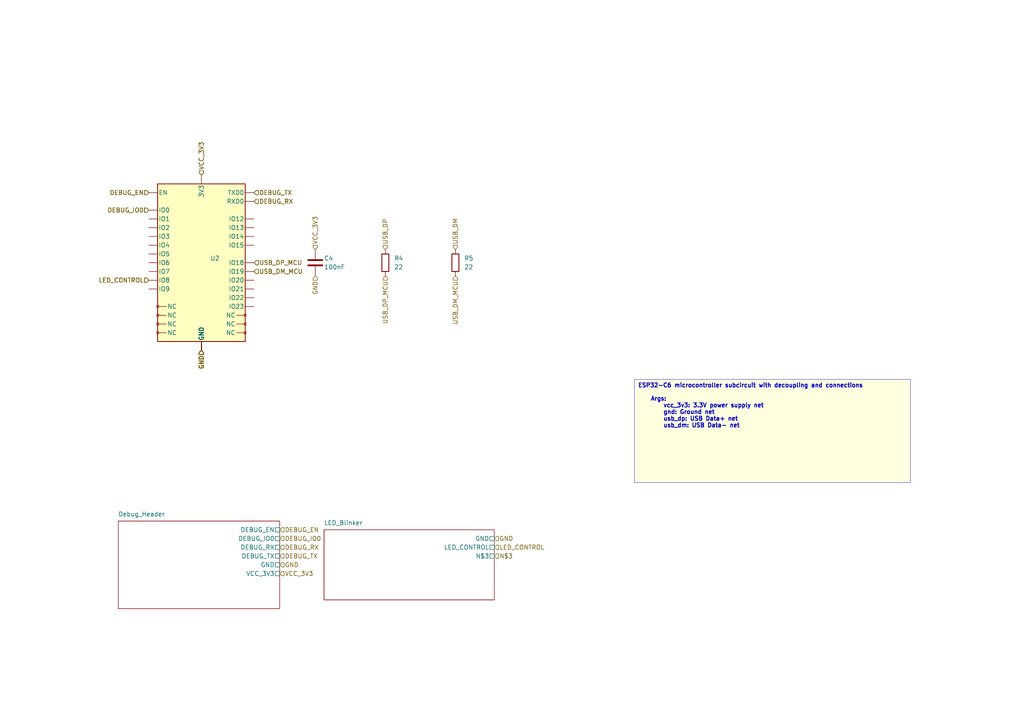
<source format=kicad_sch>
(kicad_sch (version 20250114) (generator "circuit_synth") (generator_version 9.0)
  (paper A4)
  (paper A4)
  (lib_symbols
    (symbol "Device:C" (pin_numbers hide) (pin_names (offset 0.254))
      (property "Reference" "{'value': 'C', 'position': {'x': 0.635, 'y': 2.54, 'rotation': 0.0}, 'effects': {'font_size': [1.27, 1.27], 'justify': ['left']}}" (at 0.0 0.0 0))
      (property "Value" "{'value': 'C', 'position': {'x': 0.635, 'y': -2.54, 'rotation': 0.0}, 'effects': {'font_size': [1.27, 1.27], 'justify': ['left']}}" (at 0.0 0.0 0))
      (symbol "C_0_1"
        (polyline (pts (xy -2.032 0.762) (xy 2.032 0.762)) (stroke (width 0.508)))
        (polyline (pts (xy -2.032 -0.762) (xy 2.032 -0.762)) (stroke (width 0.508)))
      )
      (symbol "C_1_1"
        (pin passive line (at 0.0 3.81 270) (length 2.794) (name ~) (number "1"))
        (pin passive line (at 0.0 -3.81 90) (length 2.794) (name ~) (number "2"))
      )
    )
    (symbol "Device:R" (pin_numbers hide) (pin_names (offset 0.254))
      (property "Reference" "{'value': 'R', 'position': {'x': 2.032, 'y': 0.0, 'rotation': 90.0}, 'effects': {'font_size': [1.27, 1.27]}}" (at 0.0 0.0 0))
      (property "Value" "{'value': 'R', 'position': {'x': 0.0, 'y': 0.0, 'rotation': 90.0}, 'effects': {'font_size': [1.27, 1.27]}}" (at 0.0 0.0 0))
      (symbol "R_0_1"
        (rectangle (start -1.016 -2.54) (end 1.016 2.54) (stroke (width 0.254)))
      )
      (symbol "R_1_1"
        (pin passive line (at 0.0 3.81 270) (length 1.27) (name ~) (number "1"))
        (pin passive line (at 0.0 -3.81 90) (length 1.27) (name ~) (number "2"))
      )
    )
    (symbol "RF_Module:ESP32-C6-MINI-1" (pin_numbers hide) (pin_names (offset 0.254))
      (property "Reference" "{'value': 'U', 'position': {'x': -11.43, 'y': 24.13, 'rotation': 0.0}, 'effects': {'font_size': [1.27, 1.27]}}" (at 0.0 0.0 0))
      (property "Value" "{'value': 'ESP32-C6-MINI-1', 'position': {'x': 12.7, 'y': 24.13, 'rotation': 0.0}, 'effects': {'font_size': [1.27, 1.27]}}" (at 0.0 0.0 0))
      (symbol "ESP32-C6-MINI-1_0_1"
        (rectangle (start -12.7 22.86) (end 12.7 -22.86) (stroke (width 0.254)) (fill (type background)))
      )
      (symbol "ESP32-C6-MINI-1_1_1"
        (pin input line (at -15.24 20.32 0) (length 2.54) (name EN) (number "8"))
        (pin bidirectional line (at -15.24 15.24 0) (length 2.54) (name IO0) (number "12"))
        (pin bidirectional line (at -15.24 12.7 0) (length 2.54) (name IO1) (number "13"))
        (pin bidirectional line (at -15.24 10.16 0) (length 2.54) (name IO2) (number "5"))
        (pin bidirectional line (at -15.24 7.62 0) (length 2.54) (name IO3) (number "6"))
        (pin bidirectional line (at -15.24 5.08 0) (length 2.54) (name IO4) (number "9"))
        (pin bidirectional line (at -15.24 2.54 0) (length 2.54) (name IO5) (number "10"))
        (pin bidirectional line (at -15.24 0.0 0) (length 2.54) (name IO6) (number "15"))
        (pin bidirectional line (at -15.24 -2.54 0) (length 2.54) (name IO7) (number "16"))
        (pin bidirectional line (at -15.24 -5.08 0) (length 2.54) (name IO8) (number "22"))
        (pin bidirectional line (at -15.24 -7.62 0) (length 2.54) (name IO9) (number "23"))
        (pin no_connect line (at -12.7 -12.7 0) (length 2.54) (name NC) (number "32"))
        (pin no_connect line (at -12.7 -15.24 0) (length 2.54) (name NC) (number "33"))
        (pin no_connect line (at -12.7 -17.78 0) (length 2.54) (name NC) (number "34"))
        (pin no_connect line (at -12.7 -20.32 0) (length 2.54) (name NC) (number "35"))
        (pin power_in line (at 0.0 25.4 270) (length 2.54) (name 3V3) (number "3"))
        (pin power_in line (at 0.0 -25.4 90) (length 2.54) (name GND) (number "1"))
        (pin passive line (at 0.0 -25.4 90) (length 2.54) (name GND) (number "11"))
        (pin passive line (at 0.0 -25.4 90) (length 2.54) (name GND) (number "14"))
        (pin passive line (at 0.0 -25.4 90) (length 2.54) (name GND) (number "2"))
        (pin passive line (at 0.0 -25.4 90) (length 2.54) (name GND) (number "36"))
        (pin passive line (at 0.0 -25.4 90) (length 2.54) (name GND) (number "37"))
        (pin passive line (at 0.0 -25.4 90) (length 2.54) (name GND) (number "38"))
        (pin passive line (at 0.0 -25.4 90) (length 2.54) (name GND) (number "39"))
        (pin passive line (at 0.0 -25.4 90) (length 2.54) (name GND) (number "40"))
        (pin passive line (at 0.0 -25.4 90) (length 2.54) (name GND) (number "41"))
        (pin passive line (at 0.0 -25.4 90) (length 2.54) (name GND) (number "42"))
        (pin passive line (at 0.0 -25.4 90) (length 2.54) (name GND) (number "43"))
        (pin passive line (at 0.0 -25.4 90) (length 2.54) (name GND) (number "44"))
        (pin passive line (at 0.0 -25.4 90) (length 2.54) (name GND) (number "45"))
        (pin passive line (at 0.0 -25.4 90) (length 2.54) (name GND) (number "46"))
        (pin passive line (at 0.0 -25.4 90) (length 2.54) (name GND) (number "47"))
        (pin passive line (at 0.0 -25.4 90) (length 2.54) (name GND) (number "48"))
        (pin passive line (at 0.0 -25.4 90) (length 2.54) (name GND) (number "49"))
        (pin passive line (at 0.0 -25.4 90) (length 2.54) (name GND) (number "50"))
        (pin passive line (at 0.0 -25.4 90) (length 2.54) (name GND) (number "51"))
        (pin passive line (at 0.0 -25.4 90) (length 2.54) (name GND) (number "52"))
        (pin passive line (at 0.0 -25.4 90) (length 2.54) (name GND) (number "53"))
        (pin no_connect line (at 12.7 -15.24 180) (length 2.54) (name NC) (number "4"))
        (pin no_connect line (at 12.7 -17.78 180) (length 2.54) (name NC) (number "7"))
        (pin no_connect line (at 12.7 -20.32 180) (length 2.54) (name NC) (number "21"))
        (pin bidirectional line (at 15.24 20.32 180) (length 2.54) (name TXD0) (number "31"))
        (pin bidirectional line (at 15.24 17.78 180) (length 2.54) (name RXD0) (number "30"))
        (pin bidirectional line (at 15.24 12.7 180) (length 2.54) (name IO12) (number "17"))
        (pin bidirectional line (at 15.24 10.16 180) (length 2.54) (name IO13) (number "18"))
        (pin bidirectional line (at 15.24 7.62 180) (length 2.54) (name IO14) (number "19"))
        (pin bidirectional line (at 15.24 5.08 180) (length 2.54) (name IO15) (number "20"))
        (pin bidirectional line (at 15.24 0.0 180) (length 2.54) (name IO18) (number "24"))
        (pin bidirectional line (at 15.24 -2.54 180) (length 2.54) (name IO19) (number "25"))
        (pin bidirectional line (at 15.24 -5.08 180) (length 2.54) (name IO20) (number "26"))
        (pin bidirectional line (at 15.24 -7.62 180) (length 2.54) (name IO21) (number "27"))
        (pin bidirectional line (at 15.24 -10.16 180) (length 2.54) (name IO22) (number "28"))
        (pin bidirectional line (at 15.24 -12.7 180) (length 2.54) (name IO23) (number "29"))
      )
    )
  )
  (title_block (title ESP32_C6_MCU) (date 2025-08-02) (company Circuit-Synth))
  (symbol (lib_id RF_Module:ESP32-C6-MINI-1) (at 58.42 76.2 0)
    (property "Reference" "U2" (at 60.96 74.93 0) (effects (justify left)))
    (property "Footprint" "RF_Module:ESP32-C6-MINI-1" (effects (hide yes)))
    (instances (project "circuit" (path "" (reference U2) (unit 1))) (project "ESP32_C6_Dev_Board" (path "" (reference U2) (unit 1))))
  )
  (symbol (lib_id Device:C) (at 91.44 76.2 0)
    (property "Reference" "C4" (at 93.98 74.93 0) (effects (justify left)))
    (property "Value" "100nF" (at 93.98 77.47 0) (effects (justify left)))
    (property "Footprint" "Capacitor_SMD:C_0603_1608Metric" (effects (hide yes)))
    (instances (project "circuit" (path "" (reference C4) (unit 1))) (project "ESP32_C6_Dev_Board" (path "" (reference C4) (unit 1))))
  )
  (symbol (lib_id Device:R) (at 111.76 76.2 0)
    (property "Reference" "R4" (at 114.30000000000001 74.93 0) (effects (justify left)))
    (property "Value" "22" (at 114.30000000000001 77.47 0) (effects (justify left)))
    (property "Footprint" "Resistor_SMD:R_0603_1608Metric" (effects (hide yes)))
    (instances (project "circuit" (path "" (reference R4) (unit 1))) (project "ESP32_C6_Dev_Board" (path "" (reference R4) (unit 1))))
  )
  (symbol (lib_id Device:R) (at 132.08 76.2 0)
    (property "Reference" "R5" (at 134.62 74.93 0) (effects (justify left)))
    (property "Value" "22" (at 134.62 77.47 0) (effects (justify left)))
    (property "Footprint" "Resistor_SMD:R_0603_1608Metric" (effects (hide yes)))
    (instances (project "circuit" (path "" (reference R5) (unit 1))) (project "ESP32_C6_Dev_Board" (path "" (reference R5) (unit 1))))
  )
  (hierarchical_label DEBUG_EN (shape input) (at 43.18 55.88 180))
  (hierarchical_label DEBUG_EN (shape input) (at 43.18 55.88 180))
  (hierarchical_label DEBUG_IO0 (shape input) (at 43.18 60.96 180))
  (hierarchical_label DEBUG_IO0 (shape input) (at 43.18 60.96 180))
  (hierarchical_label LED_CONTROL (shape input) (at 43.18 81.28 180))
  (hierarchical_label LED_CONTROL (shape input) (at 43.18 81.28 180))
  (hierarchical_label VCC_3V3 (shape input) (at 58.42 50.800000000000004 90))
  (hierarchical_label VCC_3V3 (shape input) (at 58.42 50.800000000000004 90))
  (hierarchical_label VCC_3V3 (shape input) (at 91.44 72.39 90))
  (hierarchical_label GND (shape input) (at 58.42 101.6 270))
  (hierarchical_label GND (shape input) (at 58.42 101.6 270))
  (hierarchical_label GND (shape input) (at 58.42 101.6 270))
  (hierarchical_label GND (shape input) (at 58.42 101.6 270))
  (hierarchical_label GND (shape input) (at 58.42 101.6 270))
  (hierarchical_label GND (shape input) (at 58.42 101.6 270))
  (hierarchical_label GND (shape input) (at 58.42 101.6 270))
  (hierarchical_label GND (shape input) (at 58.42 101.6 270))
  (hierarchical_label GND (shape input) (at 58.42 101.6 270))
  (hierarchical_label GND (shape input) (at 58.42 101.6 270))
  (hierarchical_label GND (shape input) (at 58.42 101.6 270))
  (hierarchical_label GND (shape input) (at 58.42 101.6 270))
  (hierarchical_label GND (shape input) (at 58.42 101.6 270))
  (hierarchical_label GND (shape input) (at 58.42 101.6 270))
  (hierarchical_label GND (shape input) (at 58.42 101.6 270))
  (hierarchical_label GND (shape input) (at 58.42 101.6 270))
  (hierarchical_label GND (shape input) (at 58.42 101.6 270))
  (hierarchical_label GND (shape input) (at 58.42 101.6 270))
  (hierarchical_label GND (shape input) (at 58.42 101.6 270))
  (hierarchical_label GND (shape input) (at 58.42 101.6 270))
  (hierarchical_label GND (shape input) (at 58.42 101.6 270))
  (hierarchical_label GND (shape input) (at 58.42 101.6 270))
  (hierarchical_label GND (shape input) (at 91.44 80.01 270))
  (hierarchical_label DEBUG_TX (shape input) (at 73.66 55.88 0))
  (hierarchical_label DEBUG_TX (shape input) (at 73.66 55.88 0))
  (hierarchical_label DEBUG_RX (shape input) (at 73.66 58.42 0))
  (hierarchical_label DEBUG_RX (shape input) (at 73.66 58.42 0))
  (hierarchical_label USB_DP_MCU (shape input) (at 73.66 76.2 0))
  (hierarchical_label USB_DP_MCU (shape input) (at 73.66 76.2 0))
  (hierarchical_label USB_DP_MCU (shape input) (at 111.76 80.01 270))
  (hierarchical_label USB_DM_MCU (shape input) (at 73.66 78.74000000000001 0))
  (hierarchical_label USB_DM_MCU (shape input) (at 73.66 78.74000000000001 0))
  (hierarchical_label USB_DM_MCU (shape input) (at 132.08 80.01 270))
  (hierarchical_label USB_DP (shape input) (at 111.76 72.39 90))
  (hierarchical_label USB_DM (shape input) (at 132.08 72.39 90))
  (hierarchical_label DEBUG_EN (shape input) (at 81.12 153.67000000000002 0))
  (hierarchical_label DEBUG_IO0 (shape input) (at 81.12 156.21 0))
  (hierarchical_label DEBUG_RX (shape input) (at 81.12 158.75 0))
  (hierarchical_label DEBUG_TX (shape input) (at 81.12 161.29 0))
  (hierarchical_label GND (shape input) (at 81.12 163.83 0))
  (hierarchical_label VCC_3V3 (shape input) (at 81.12 166.37 0))
  (hierarchical_label GND (shape input) (at 143.35 156.21 0))
  (hierarchical_label LED_CONTROL (shape input) (at 143.35 158.75 0))
  (hierarchical_label N$3 (shape input) (at 143.35 161.29 0))
  (sheet (at 34.29 151.13) (size 46.83 25.4) (stroke (width 0.12)) (fill (color 0 0 0 0.0))
    (property "Sheetname" "Debug_Header" (at 34.29 149.85999999999999 0) (effects (justify left bottom)))
    (property "Sheetfile" "Debug_Header.kicad_sch" (effects (hide yes)))
    (pin DEBUG_EN passive (at 79.85000000000001 153.67000000000002 0))
    (pin DEBUG_IO0 passive (at 79.85000000000001 156.21 0))
    (pin DEBUG_RX passive (at 79.85000000000001 158.75 0))
    (pin DEBUG_TX passive (at 79.85000000000001 161.29 0))
    (pin GND passive (at 79.85000000000001 163.83 0))
    (pin VCC_3V3 passive (at 79.85000000000001 166.37 0))
  )
  (sheet (at 93.98 153.67000000000002) (size 49.37 20.32) (stroke (width 0.12)) (fill (color 0 0 0 0.0))
    (property "Sheetname" "LED_Blinker" (at 93.98 152.4 0) (effects (justify left bottom)))
    (property "Sheetfile" "LED_Blinker.kicad_sch" (effects (hide yes)))
    (pin GND passive (at 142.07999999999998 156.21 0))
    (pin LED_CONTROL passive (at 142.07999999999998 158.75 0))
    (pin N$3 passive (at 142.07999999999998 161.29 0))
  )
  (text_box "ESP32-C6 microcontroller subcircuit with decoupling and connections\n    \n    Args:\n        vcc_3v3: 3.3V power supply net\n        gnd: Ground net\n        usb_dp: USB Data+ net\n        usb_dm: USB Data- net" (exclude_from_sim yes) (at 184.0 110.0 0) (size 80.0 30.0) (margins 1.0 1.0 1.0 1.0) (stroke (width 0.1)) (fill (type color) (color 255 255 224 1)) (effects (font (size 1.2 1.2) (thickness 0.254)) (justify left top)))
)
</source>
